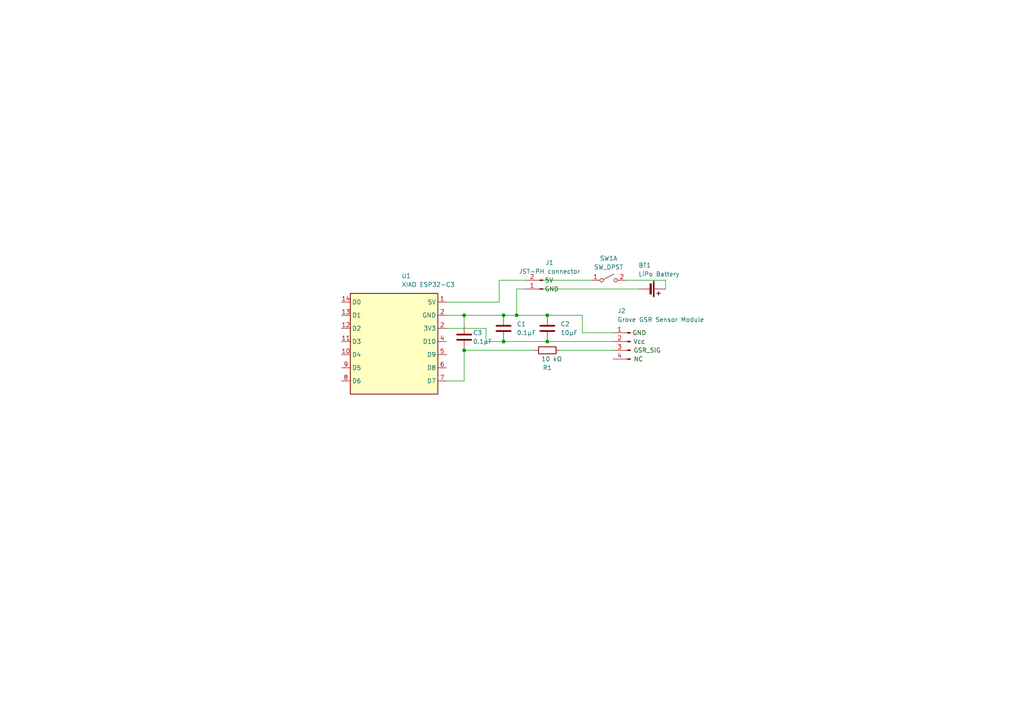
<source format=kicad_sch>
(kicad_sch (version 20250114) (generator "eeschema") (generator_version "9.0")
  (paper "A4")
  (title_block (title "Sensing Device") (date "2026-01-26"))
  (lib_symbols
    (symbol "Connector:Conn_01x02_Pin" (pin_names (offset 1.016) (hide yes))
      (property "Reference" "J1" (at 0.635 5.08 0))
      (property "Value" "JST-PH connector" (at 0.635 2.54 0))
      (symbol "Conn_01x02_Pin_1_1"
        (polyline (pts (xy -2.54 0) (xy -2.1336 0)) (stroke (width 0.1524)))
        (polyline (pts (xy -2.54 -2.54) (xy -2.1336 -2.54)) (stroke (width 0.1524)))
        (rectangle (start -2.1336 -2.667) (end -1.27 -2.413) (stroke (width 0.1524)) (fill (type outline)))
        (rectangle (start -1.27 -0.127) (end -2.1336 0.127) (stroke (width 0.1524)) (fill (type outline)))
        (text "5V" (at 0.508 0 0) (effects (font (size 1.27 1.27))))
        (text "GND" (at 1.27 -2.54 0) (effects (font (size 1.27 1.27))))
        (pin input line (at -6.35 0 0) (length 3.81) (name "5V") (number "2"))
        (pin input line (at -6.35 -2.54 0) (length 3.81) (name "GND") (number "1"))
      )
    )
    (symbol "Connector:Conn_01x04_Pin" (pin_names (offset 1.016) (hide yes))
      (property "Reference" "J2" (at 0.635 7.62 0))
      (property "Value" "GSR module connector" (at 0.635 5.08 0))
      (symbol "Conn_01x04_Pin_1_1"
        (polyline (pts (xy -1.27 2.54) (xy -0.8636 2.54)) (stroke (width 0.1524)))
        (polyline (pts (xy -1.27 0) (xy -0.8636 0)) (stroke (width 0.1524)))
        (polyline (pts (xy -1.27 -2.54) (xy -0.8636 -2.54)) (stroke (width 0.1524)))
        (polyline (pts (xy -1.27 -5.08) (xy -0.8636 -5.08)) (stroke (width 0.1524)))
        (rectangle (start -0.8636 2.667) (end 0 2.413) (stroke (width 0.1524)) (fill (type outline)))
        (rectangle (start -0.8636 0.127) (end 0 -0.127) (stroke (width 0.1524)) (fill (type outline)))
        (rectangle (start -0.8636 -2.413) (end 0 -2.667) (stroke (width 0.1524)) (fill (type outline)))
        (rectangle (start -0.8636 -4.953) (end 0 -5.207) (stroke (width 0.1524)) (fill (type outline)))
        (text "NC" (at 2.286 -5.08 0) (effects (font (size 1.27 1.27))))
        (text "GND" (at 2.54 2.54 0) (effects (font (size 1.27 1.27))))
        (text "Vcc" (at 2.54 0 0) (effects (font (size 1.27 1.27))))
        (text "GSR_SIG" (at 4.826 -2.54 0) (effects (font (size 1.27 1.27))))
        (pin passive line (at -5.08 2.54 0) (length 3.81) (name "GND") (number "1"))
        (pin passive line (at -5.08 0 0) (length 3.81) (name "Pin_2") (number "2"))
        (pin passive line (at -5.08 -2.54 0) (length 3.81) (name "Pin_3") (number "3"))
        (pin passive line (at -5.08 -5.08 0) (length 3.81) (name "Pin_4") (number "4"))
      )
    )
    (symbol "Device:Battery_Cell" (pin_numbers (hide yes)) (pin_names (offset 0) (hide yes))
      (property "Reference" "BT1" (at -4.064 8.128 0))
      (property "Value" "LiPo Battery" (at -4.064 5.588 0))
      (symbol "Battery_Cell_0_1"
        (polyline (pts (xy -0.508 1.27) (xy -1.27 1.27)))
        (rectangle (start -0.254 2.794) (end -0.762 -0.254) (fill (type outline)))
        (rectangle (start 0.508 3.556) (end 0.254 -1.016) (fill (type outline)))
        (polyline (pts (xy 0.508 1.27) (xy 1.27 1.27)))
        (polyline (pts (xy 1.778 0.508) (xy 1.778 -0.508)) (stroke (width 0.254)))
        (polyline (pts (xy 2.286 0) (xy 1.27 0)) (stroke (width 0.254)))
      )
      (symbol "Battery_Cell_1_1"
        (pin passive line (at -3.81 1.27 0) (length 2.54) (name "-") (number "2"))
        (pin passive line (at 3.81 1.27 180) (length 2.54) (name "+") (number "1"))
      )
    )
    (symbol "Device:C" (pin_numbers (hide yes)) (pin_names (offset 0.254))
      (property "Reference" "C1" (at 3.81 1.2701 0))
      (property "Value" "0.1µF" (at 3.81 -1.2699 0))
      (symbol "C_0_1"
        (polyline (pts (xy -2.032 0.762) (xy 2.032 0.762)) (stroke (width 0.508)))
        (polyline (pts (xy -2.032 -0.762) (xy 2.032 -0.762)) (stroke (width 0.508)))
      )
      (symbol "C_1_1"
        (pin passive line (at 0 3.81 270) (length 2.794) (name "~") (number "1"))
        (pin passive line (at 0 -3.81 90) (length 2.794) (name "~") (number "2"))
      )
    )
    (symbol "Device:R" (pin_numbers (hide yes)) (pin_names (offset 0))
      (property "Reference" "R1" (at 4.572 -8.636 0))
      (property "Value" "R" (at 3.81 -6.604 0))
      (symbol "R_0_1"
        (rectangle (start 1.27 -2.794) (end 6.35 -4.826) (stroke (width 0.254)))
      )
      (symbol "R_1_1"
        (pin passive line (at 0 -3.81 0) (length 1.27) (name "~") (number "2"))
        (pin passive line (at 7.62 -3.81 180) (length 1.27) (name "~") (number "1"))
      )
    )
    (symbol "RF_Module:ESP32-C3-DevKitM-1"
      (property "Reference" "U1" (at 2.1433 20.32 0))
      (property "Value" "XIAO ESP32-C3" (at 2.1433 17.78 0))
      (symbol "ESP32-C3-DevKitM-1_1_1"
        (rectangle (start -12.7 15.24) (end 12.7 -13.97) (stroke (width 0.254)) (fill (type background)))
        (pin bidirectional line (at -15.24 12.7 0) (length 2.54) (name "D0") (number "14"))
        (pin bidirectional line (at -15.24 8.89 0) (length 2.54) (name "D1") (number "13"))
        (pin bidirectional line (at -15.24 5.08 0) (length 2.54) (name "D2") (number "12"))
        (pin bidirectional line (at -15.24 1.27 0) (length 2.54) (name "D3") (number "11"))
        (pin bidirectional line (at -15.24 -2.54 0) (length 2.54) (name "D4") (number "10"))
        (pin bidirectional line (at -15.24 -6.35 0) (length 2.54) (name "D5") (number "9"))
        (pin bidirectional line (at -15.24 -10.16 0) (length 2.54) (name "D6") (number "8"))
        (pin power_in line (at 15.24 12.7 180) (length 2.54) (name "5V") (number "1"))
        (pin power_in line (at 15.24 8.89 180) (length 2.54) (name "GND") (number "2"))
        (pin power_in line (at 15.24 5.08 180) (length 2.54) (name "3V3") (number "2"))
        (pin bidirectional line (at 15.24 1.27 180) (length 2.54) (name "D10") (number "4"))
        (pin bidirectional line (at 15.24 -2.54 180) (length 2.54) (name "D9") (number "5"))
        (pin bidirectional line (at 15.24 -6.35 180) (length 2.54) (name "D8") (number "6"))
        (pin bidirectional line (at 15.24 -10.16 180) (length 2.54) (name "D7") (number "7"))
      )
    )
    (symbol "Switch:SW_DPST_x2" (pin_names (offset 0) (hide yes))
      (property "Reference" "SW" (at 0 3.175 0))
      (property "Value" "SW_DPST_x2" (at 0 -2.54 0))
      (symbol "SW_DPST_x2_0_0"
        (circle (center -2.032 0) (radius 0.508))
        (polyline (pts (xy -1.524 0.254) (xy 1.524 1.778)))
        (circle (center 2.032 0) (radius 0.508))
      )
      (symbol "SW_DPST_x2_1_1"
        (pin passive line (at -5.08 0 0) (length 2.54) (name "A") (number "1"))
        (pin passive line (at 5.08 0 180) (length 2.54) (name "B") (number "2"))
      )
      (symbol "SW_DPST_x2_2_1"
        (pin passive line (at -5.08 0 0) (length 2.54) (name "A") (number "3"))
        (pin passive line (at 5.08 0 180) (length 2.54) (name "B") (number "4"))
      )
    )
  )
  (junction (at 134.62 91.44))
  (junction (at 146.05 91.44))
  (junction (at 134.62 101.6))
  (junction (at 149.86 91.44))
  (junction (at 158.75 99.06))
  (junction (at 158.75 91.44))
  (junction (at 146.05 99.06))
  (wire (pts (xy 134.62 101.6) (xy 154.94 101.6)))
  (wire (pts (xy 129.54 95.25) (xy 140.97 95.25)))
  (wire (pts (xy 157.48 81.28) (xy 171.45 81.28)))
  (wire (pts (xy 140.97 99.06) (xy 146.05 99.06)))
  (wire (pts (xy 140.97 95.25) (xy 140.97 99.06)))
  (wire (pts (xy 134.62 91.44) (xy 146.05 91.44)))
  (wire (pts (xy 134.62 110.49) (xy 129.54 110.49)))
  (wire (pts (xy 162.56 101.6) (xy 177.8 101.6)))
  (wire (pts (xy 149.86 83.82) (xy 152.4 83.82)))
  (wire (pts (xy 134.62 93.98) (xy 134.62 91.44)))
  (wire (pts (xy 157.48 83.82) (xy 185.42 83.82)))
  (wire (pts (xy 193.04 81.28) (xy 193.04 83.82)))
  (wire (pts (xy 146.05 99.06) (xy 158.75 99.06)))
  (wire (pts (xy 181.61 81.28) (xy 193.04 81.28)))
  (wire (pts (xy 144.78 81.28) (xy 144.78 87.63)))
  (wire (pts (xy 149.86 91.44) (xy 149.86 83.82)))
  (wire (pts (xy 149.86 91.44) (xy 158.75 91.44)))
  (wire (pts (xy 168.91 96.52) (xy 177.8 96.52)))
  (wire (pts (xy 168.91 96.52) (xy 168.91 91.44)))
  (wire (pts (xy 144.78 81.28) (xy 152.4 81.28)))
  (wire (pts (xy 146.05 91.44) (xy 149.86 91.44)))
  (wire (pts (xy 144.78 87.63) (xy 129.54 87.63)))
  (wire (pts (xy 158.75 91.44) (xy 168.91 91.44)))
  (wire (pts (xy 134.62 101.6) (xy 134.62 110.49)))
  (wire (pts (xy 158.75 99.06) (xy 177.8 99.06)))
  (wire (pts (xy 129.54 91.44) (xy 134.62 91.44)))
  (symbol (lib_id "Connector:Conn_01x04_Pin") (at 182.88 99.06 0) (unit 1)
    (property "Reference" "J2" (at 179.07 90.17 0) (effects (justify left)))
    (property "Value" "Grove GSR Sensor Module" (at 179.07 92.71 0) (effects (justify left)))
    (property "Description" "Generic connector, single row, 01x04, script generated" (effects (hide yes)))
  )
  (symbol (lib_id "Device:Battery_Cell") (at 189.23 85.09 0) (unit 1)
    (property "Reference" "BT1" (at 185.166 76.962 0) (effects (justify left)))
    (property "Value" "LiPo Battery" (at 185.166 79.502 0) (effects (justify left)))
    (property "Description" "Single-cell battery" (effects (hide yes)))
  )
  (symbol (lib_id "RF_Module:ESP32-C3-DevKitM-1") (at 114.3 100.33 0) (unit 1)
    (property "Reference" "U1" (at 116.4433 80.01 0) (effects (justify left)))
    (property "Value" "XIAO ESP32-C3" (at 116.4433 82.55 0) (effects (justify left)))
    (property "Footprint" "RF_Module:ESP32-C3-DevKitM-1" (effects (hide yes)))
    (property "Datasheet" "https://docs.espressif.com/projects/esp-idf/en/latest/esp32c3/hw-reference/esp32c3/user-guide-devkitm-1.html" (effects (hide yes)))
    (property "Description" "Development board featuring ESP32-C3-MINI-1 module" (effects (hide yes)))
  )
  (symbol (lib_id "Connector:Conn_01x02_Pin") (at 158.75 81.28 0) (unit 1)
    (property "Reference" "J1" (at 159.385 76.2 0))
    (property "Value" "JST-PH connector" (at 159.385 78.74 0))
    (property "Description" "Generic connector, single row, 01x02, script generated" (effects (hide yes)))
  )
  (symbol (lib_id "Device:C") (at 158.75 95.25 0) (unit 1)
    (property "Reference" "C2" (at 162.56 93.9799 0) (effects (justify left)))
    (property "Value" "10µF" (at 162.56 96.5199 0) (effects (justify left)))
    (property "Description" "Unpolarized capacitor" (effects (hide yes)))
  )
  (symbol (lib_id "Device:C") (at 146.05 95.25 0) (unit 1)
    (property "Reference" "C1" (at 149.86 93.9799 0) (effects (justify left)))
    (property "Value" "0.1µF" (at 149.86 96.5199 0) (effects (justify left)))
    (property "Description" "Unpolarized capacitor" (effects (hide yes)))
  )
  (symbol (lib_id "Device:C") (at 134.62 97.79 0) (unit 1)
    (property "Reference" "C3" (at 137.16 96.52 0) (effects (justify left)))
    (property "Value" "0.1µF" (at 137.16 99.06 0) (effects (justify left)))
    (property "Description" "Unpolarized capacitor" (effects (hide yes)))
  )
  (symbol (lib_id "Device:R") (at 154.94 97.79 0) (unit 1)
    (property "Reference" "R1" (at 158.75 106.68 0))
    (property "Value" "10 kΩ" (at 160.02 104.14 0))
    (property "Description" "Resistor" (effects (hide yes)))
  )
  (symbol (lib_id "Switch:SW_DPST_x2") (at 176.53 81.28 0) (unit 1)
    (property "Reference" "SW1" (at 176.53 74.93 0))
    (property "Value" "SW_DPST" (at 176.53 77.47 0))
    (property "Description" "Single Pole Single Throw (SPST) switch, separate symbol" (effects (hide yes)))
  )
)
</source>
